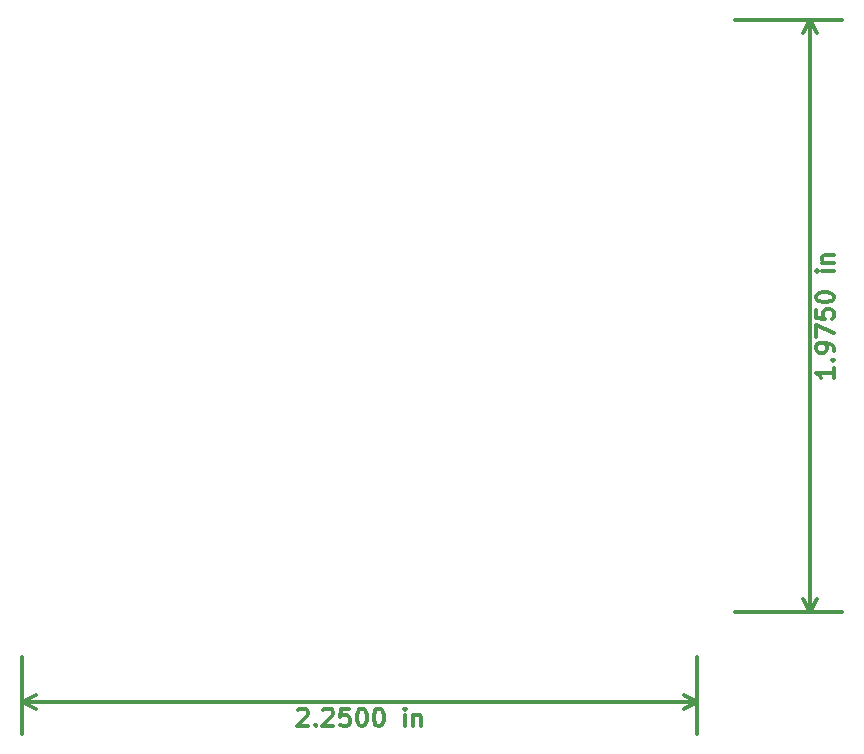
<source format=gbr>
G04 #@! TF.FileFunction,Other,User*
%FSLAX46Y46*%
G04 Gerber Fmt 4.6, Leading zero omitted, Abs format (unit mm)*
G04 Created by KiCad (PCBNEW 4.0.3-stable) date 10/09/16 09:38:23*
%MOMM*%
%LPD*%
G01*
G04 APERTURE LIST*
%ADD10C,0.100000*%
%ADD11C,0.300000*%
G04 APERTURE END LIST*
D10*
D11*
X77300001Y-95286429D02*
X77371430Y-95215000D01*
X77514287Y-95143571D01*
X77871430Y-95143571D01*
X78014287Y-95215000D01*
X78085716Y-95286429D01*
X78157144Y-95429286D01*
X78157144Y-95572143D01*
X78085716Y-95786429D01*
X77228573Y-96643571D01*
X78157144Y-96643571D01*
X78800001Y-96500714D02*
X78871429Y-96572143D01*
X78800001Y-96643571D01*
X78728572Y-96572143D01*
X78800001Y-96500714D01*
X78800001Y-96643571D01*
X79442858Y-95286429D02*
X79514287Y-95215000D01*
X79657144Y-95143571D01*
X80014287Y-95143571D01*
X80157144Y-95215000D01*
X80228573Y-95286429D01*
X80300001Y-95429286D01*
X80300001Y-95572143D01*
X80228573Y-95786429D01*
X79371430Y-96643571D01*
X80300001Y-96643571D01*
X81657144Y-95143571D02*
X80942858Y-95143571D01*
X80871429Y-95857857D01*
X80942858Y-95786429D01*
X81085715Y-95715000D01*
X81442858Y-95715000D01*
X81585715Y-95786429D01*
X81657144Y-95857857D01*
X81728572Y-96000714D01*
X81728572Y-96357857D01*
X81657144Y-96500714D01*
X81585715Y-96572143D01*
X81442858Y-96643571D01*
X81085715Y-96643571D01*
X80942858Y-96572143D01*
X80871429Y-96500714D01*
X82657143Y-95143571D02*
X82800000Y-95143571D01*
X82942857Y-95215000D01*
X83014286Y-95286429D01*
X83085715Y-95429286D01*
X83157143Y-95715000D01*
X83157143Y-96072143D01*
X83085715Y-96357857D01*
X83014286Y-96500714D01*
X82942857Y-96572143D01*
X82800000Y-96643571D01*
X82657143Y-96643571D01*
X82514286Y-96572143D01*
X82442857Y-96500714D01*
X82371429Y-96357857D01*
X82300000Y-96072143D01*
X82300000Y-95715000D01*
X82371429Y-95429286D01*
X82442857Y-95286429D01*
X82514286Y-95215000D01*
X82657143Y-95143571D01*
X84085714Y-95143571D02*
X84228571Y-95143571D01*
X84371428Y-95215000D01*
X84442857Y-95286429D01*
X84514286Y-95429286D01*
X84585714Y-95715000D01*
X84585714Y-96072143D01*
X84514286Y-96357857D01*
X84442857Y-96500714D01*
X84371428Y-96572143D01*
X84228571Y-96643571D01*
X84085714Y-96643571D01*
X83942857Y-96572143D01*
X83871428Y-96500714D01*
X83800000Y-96357857D01*
X83728571Y-96072143D01*
X83728571Y-95715000D01*
X83800000Y-95429286D01*
X83871428Y-95286429D01*
X83942857Y-95215000D01*
X84085714Y-95143571D01*
X86371428Y-96643571D02*
X86371428Y-95643571D01*
X86371428Y-95143571D02*
X86299999Y-95215000D01*
X86371428Y-95286429D01*
X86442856Y-95215000D01*
X86371428Y-95143571D01*
X86371428Y-95286429D01*
X87085714Y-95643571D02*
X87085714Y-96643571D01*
X87085714Y-95786429D02*
X87157142Y-95715000D01*
X87300000Y-95643571D01*
X87514285Y-95643571D01*
X87657142Y-95715000D01*
X87728571Y-95857857D01*
X87728571Y-96643571D01*
X53975000Y-94615000D02*
X111125000Y-94615000D01*
X53975000Y-90805000D02*
X53975000Y-97315000D01*
X111125000Y-90805000D02*
X111125000Y-97315000D01*
X111125000Y-94615000D02*
X109998496Y-95201421D01*
X111125000Y-94615000D02*
X109998496Y-94028579D01*
X53975000Y-94615000D02*
X55101504Y-95201421D01*
X53975000Y-94615000D02*
X55101504Y-94028579D01*
X122678571Y-66305356D02*
X122678571Y-67162499D01*
X122678571Y-66733927D02*
X121178571Y-66733927D01*
X121392857Y-66876784D01*
X121535714Y-67019642D01*
X121607143Y-67162499D01*
X122535714Y-65662499D02*
X122607143Y-65591071D01*
X122678571Y-65662499D01*
X122607143Y-65733928D01*
X122535714Y-65662499D01*
X122678571Y-65662499D01*
X122678571Y-64876785D02*
X122678571Y-64591070D01*
X122607143Y-64448213D01*
X122535714Y-64376785D01*
X122321429Y-64233927D01*
X122035714Y-64162499D01*
X121464286Y-64162499D01*
X121321429Y-64233927D01*
X121250000Y-64305356D01*
X121178571Y-64448213D01*
X121178571Y-64733927D01*
X121250000Y-64876785D01*
X121321429Y-64948213D01*
X121464286Y-65019642D01*
X121821429Y-65019642D01*
X121964286Y-64948213D01*
X122035714Y-64876785D01*
X122107143Y-64733927D01*
X122107143Y-64448213D01*
X122035714Y-64305356D01*
X121964286Y-64233927D01*
X121821429Y-64162499D01*
X121178571Y-63662499D02*
X121178571Y-62662499D01*
X122678571Y-63305356D01*
X121178571Y-61376785D02*
X121178571Y-62091071D01*
X121892857Y-62162500D01*
X121821429Y-62091071D01*
X121750000Y-61948214D01*
X121750000Y-61591071D01*
X121821429Y-61448214D01*
X121892857Y-61376785D01*
X122035714Y-61305357D01*
X122392857Y-61305357D01*
X122535714Y-61376785D01*
X122607143Y-61448214D01*
X122678571Y-61591071D01*
X122678571Y-61948214D01*
X122607143Y-62091071D01*
X122535714Y-62162500D01*
X121178571Y-60376786D02*
X121178571Y-60233929D01*
X121250000Y-60091072D01*
X121321429Y-60019643D01*
X121464286Y-59948214D01*
X121750000Y-59876786D01*
X122107143Y-59876786D01*
X122392857Y-59948214D01*
X122535714Y-60019643D01*
X122607143Y-60091072D01*
X122678571Y-60233929D01*
X122678571Y-60376786D01*
X122607143Y-60519643D01*
X122535714Y-60591072D01*
X122392857Y-60662500D01*
X122107143Y-60733929D01*
X121750000Y-60733929D01*
X121464286Y-60662500D01*
X121321429Y-60591072D01*
X121250000Y-60519643D01*
X121178571Y-60376786D01*
X122678571Y-58091072D02*
X121678571Y-58091072D01*
X121178571Y-58091072D02*
X121250000Y-58162501D01*
X121321429Y-58091072D01*
X121250000Y-58019644D01*
X121178571Y-58091072D01*
X121321429Y-58091072D01*
X121678571Y-57376786D02*
X122678571Y-57376786D01*
X121821429Y-57376786D02*
X121750000Y-57305358D01*
X121678571Y-57162500D01*
X121678571Y-56948215D01*
X121750000Y-56805358D01*
X121892857Y-56733929D01*
X122678571Y-56733929D01*
X120650000Y-86995000D02*
X120650000Y-36830000D01*
X114300000Y-86995000D02*
X123350000Y-86995000D01*
X114300000Y-36830000D02*
X123350000Y-36830000D01*
X120650000Y-36830000D02*
X121236421Y-37956504D01*
X120650000Y-36830000D02*
X120063579Y-37956504D01*
X120650000Y-86995000D02*
X121236421Y-85868496D01*
X120650000Y-86995000D02*
X120063579Y-85868496D01*
M02*

</source>
